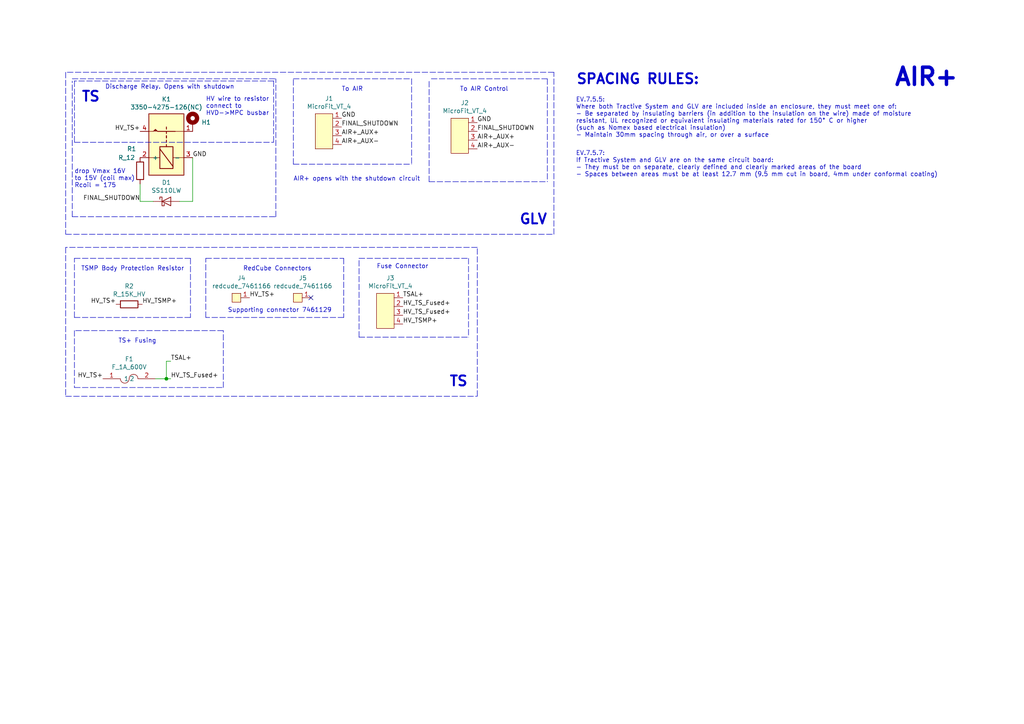
<source format=kicad_sch>
(kicad_sch (version 20211123) (generator eeschema)
  (paper "A4")
  (title_block (title "AIR Mount +") (date "2022-04-21") (company "Olin Electric Motorsports") (comment 1 "Elvis Wolcott"))
  (lib_symbols
    (symbol "Formula:F_1A_600V" (pin_names (offset 1.016))
      (property "Reference" "F" (at 0 3.81 0))
      (property "Value" "Formula_F_1A_600V" (at 0 -3.81 0))
      (symbol "F_1A_600V_0_1"
        (arc (start -2.54 0) (mid -1.27 -1.27) (end 0 0))
        (arc (start 1.27 1.27) (mid 0.3554 0.9071) (end 0 0))
        (arc (start 2.54 0) (mid 2.1771 0.9146) (end 1.27 1.27))
      )
      (symbol "F_1A_600V_1_1"
        (pin input line (at -7.62 0 0) (length 5.08) (name "1") (number "1"))
        (pin input line (at 7.62 0 180) (length 5.08) (name "2") (number "2"))
      )
    )
    (symbol "Formula:SS110LW" (pin_numbers hide) (pin_names (offset 1.016) hide)
      (property "Reference" "D" (at 0 2.54 0))
      (property "Value" "Formula_SS110LW" (at 0 -2.54 0))
      (symbol "SS110LW_0_1"
        (polyline (pts (xy 1.27 0) (xy -1.27 0)))
        (polyline (pts (xy 1.27 1.27) (xy 1.27 -1.27) (xy -1.27 0) (xy 1.27 1.27)) (stroke (width 0.2032)))
        (polyline (pts (xy -1.905 0.635) (xy -1.905 1.27) (xy -1.27 1.27) (xy -1.27 -1.27) (xy -0.635 -1.27) (xy -0.635 -0.635)) (stroke (width 0.2032)))
      )
      (symbol "SS110LW_1_1"
        (pin passive line (at -3.81 0 0) (length 2.54) (name "K") (number "1"))
        (pin passive line (at 3.81 0 180) (length 2.54) (name "A") (number "2"))
      )
    )
    (symbol "Formula:redcude_7461166" (pin_names (offset 1.016))
      (property "Reference" "J" (at 0 6.35 0))
      (property "Value" "Formula_redcude_7461166" (at 0 3.81 0))
      (symbol "redcude_7461166_0_1"
        (rectangle (start -1.27 1.27) (end 1.27 -1.27) (fill (type background)))
      )
      (symbol "redcude_7461166_1_1"
        (pin input line (at 3.81 0 180) (length 2.54) (name "~") (number "1"))
      )
    )
    (symbol "Mechanical:MountingHole_Pad" (pin_numbers hide) (pin_names (offset 1.016) hide)
      (property "Reference" "H" (at 0 6.35 0))
      (property "Value" "MountingHole_Pad" (at 0 4.445 0))
      (symbol "MountingHole_Pad_0_1"
        (circle (center 0 1.27) (radius 1.27) (stroke (width 1.27)))
      )
      (symbol "MountingHole_Pad_1_1"
        (pin input line (at 0 -2.54 90) (length 2.54) (name "1") (number "1"))
      )
    )
    (symbol "formula:3350-4275-126(NC)" (pin_names (offset 1.016))
      (property "Reference" "K" (at 8.89 3.81 0))
      (property "Value" "formula_3350-4275-126(NC)" (at 10.16 -3.81 0))
      (symbol "3350-4275-126(NC)_0_0"
        (polyline (pts (xy 2.54 3.81) (xy 2.54 5.08)))
      )
      (symbol "3350-4275-126(NC)_0_1"
        (rectangle (start -10.16 5.08) (end 7.62 -5.08) (stroke (width 0.254)) (fill (type background)))
        (rectangle (start -8.255 1.905) (end -1.905 -1.905) (stroke (width 0.254)))
        (polyline (pts (xy -7.62 -1.905) (xy -2.54 1.905)) (stroke (width 0.254)))
        (polyline (pts (xy -5.08 -5.08) (xy -5.08 -1.905)))
        (polyline (pts (xy -5.08 5.08) (xy -5.08 1.905)))
        (polyline (pts (xy -1.905 0) (xy -1.27 0)) (stroke (width 0.254)))
        (polyline (pts (xy -0.635 0) (xy 0 0)) (stroke (width 0.254)))
        (polyline (pts (xy 0.635 0) (xy 1.27 0)) (stroke (width 0.254)))
        (polyline (pts (xy 0.635 0) (xy 1.27 0)) (stroke (width 0.254)))
        (polyline (pts (xy 1.905 0) (xy 2.54 0)) (stroke (width 0.254)))
        (polyline (pts (xy 2.54 -2.54) (xy 2.54 -5.08)))
        (polyline (pts (xy 2.54 -2.54) (xy 2.54 2.54)) (stroke (width 0.254)))
        (polyline (pts (xy 3.175 0) (xy 3.81 0)) (stroke (width 0.254)))
        (polyline (pts (xy 2.54 2.54) (xy 3.175 3.175) (xy 2.54 3.81)) (fill (type outline)))
      )
      (symbol "3350-4275-126(NC)_1_1"
        (pin passive line (at 2.54 -7.62 90) (length 2.54) (name "~") (number "1"))
        (pin passive line (at -5.08 7.62 270) (length 2.54) (name "+") (number "2"))
        (pin passive line (at -5.08 -7.62 90) (length 2.54) (name "-") (number "3"))
        (pin passive line (at 2.54 7.62 270) (length 2.54) (name "~") (number "4"))
      )
    )
    (symbol "formula:MicroFit_VT_4" (pin_names (offset 1.016))
      (property "Reference" "J" (at 0 10.16 0))
      (property "Value" "MicroFit_VT_4" (at 0 7.62 0))
      (property "MPN" "430450414" (at -5.08 11.43 0))
      (property "PurchasingLink" "https://www.digikey.com/product-detail/en/molex/0430450414/WM1796-ND/252509" (at -7.62 13.97 0))
      (symbol "MicroFit_VT_4_0_1"
        (rectangle (start -2.54 5.08) (end 2.54 -5.08) (fill (type background)))
      )
      (symbol "MicroFit_VT_4_1_1"
        (pin input line (at 5.08 3.81 180) (length 2.54) (name "~") (number "1"))
        (pin input line (at 5.08 1.27 180) (length 2.54) (name "~") (number "2"))
        (pin input line (at 5.08 -1.27 180) (length 2.54) (name "~") (number "3"))
        (pin input line (at 5.08 -3.81 180) (length 2.54) (name "~") (number "4"))
      )
    )
    (symbol "formula:R_12" (pin_numbers hide) (pin_names (offset 0))
      (property "Reference" "R" (at 2.032 0 90))
      (property "Value" "formula_R_12" (at -2.54 0 90))
      (symbol "R_12_0_1"
        (rectangle (start -1.016 -2.54) (end 1.016 2.54) (stroke (width 0.254)))
      )
      (symbol "R_12_1_1"
        (pin passive line (at 0 3.81 270) (length 1.27) (name "~") (number "1"))
        (pin passive line (at 0 -3.81 90) (length 1.27) (name "~") (number "2"))
      )
    )
    (symbol "formula:R_15K_HV" (pin_numbers hide) (pin_names (offset 0))
      (property "Reference" "R" (at 2.032 0 90))
      (property "Value" "formula_R_15K_HV" (at -2.54 0 90))
      (symbol "R_15K_HV_0_1"
        (rectangle (start -1.016 -2.54) (end 1.016 2.54) (stroke (width 0.254)))
      )
      (symbol "R_15K_HV_1_1"
        (pin passive line (at 0 3.81 270) (length 1.27) (name "~") (number "1"))
        (pin passive line (at 0 -3.81 90) (length 1.27) (name "~") (number "2"))
      )
    )
  )
  (junction (at 48.26 109.855))
  (no_connect (at 90.17 86.36))
  (polyline (pts (xy 64.77 95.885) (xy 21.59 95.885)))
  (polyline (pts (xy 19.05 71.755) (xy 19.05 114.935)))
  (polyline (pts (xy 104.14 97.79) (xy 104.14 74.93)))
  (polyline (pts (xy 21.59 95.885) (xy 21.59 112.395)))
  (polyline (pts (xy 21.59 41.275) (xy 79.375 41.275)))
  (polyline (pts (xy 158.75 22.86) (xy 158.75 52.705)))
  (wire (pts (xy 48.26 109.855) (xy 45.085 109.855)))
  (polyline (pts (xy 55.245 92.075) (xy 21.59 92.075)))
  (polyline (pts (xy 79.375 23.495) (xy 21.59 23.495)))
  (polyline (pts (xy 138.43 71.755) (xy 19.05 71.755)))
  (wire (pts (xy 40.64 53.34) (xy 40.64 58.42)))
  (polyline (pts (xy 119.38 22.86) (xy 119.38 47.625)))
  (polyline (pts (xy 79.375 23.495) (xy 79.375 41.275)))
  (polyline (pts (xy 20.955 22.86) (xy 80.01 22.86)))
  (polyline (pts (xy 20.955 62.865) (xy 20.955 23.495)))
  (polyline (pts (xy 85.09 47.625) (xy 85.09 22.86)))
  (polyline (pts (xy 104.14 97.79) (xy 135.89 97.79)))
  (polyline (pts (xy 124.46 52.705) (xy 124.46 23.495)))
  (polyline (pts (xy 104.14 74.93) (xy 135.89 74.93)))
  (polyline (pts (xy 19.05 67.945) (xy 160.655 67.945)))
  (wire (pts (xy 52.07 58.42) (xy 55.88 58.42)))
  (polyline (pts (xy 125.095 22.86) (xy 158.75 22.86)))
  (polyline (pts (xy 160.655 67.945) (xy 160.655 20.955)))
  (wire (pts (xy 55.88 58.42) (xy 55.88 45.72)))
  (polyline (pts (xy 55.245 74.93) (xy 55.245 92.075)))
  (wire (pts (xy 48.26 104.775) (xy 48.26 109.855)))
  (polyline (pts (xy 21.59 92.075) (xy 21.59 74.93)))
  (polyline (pts (xy 135.89 74.93) (xy 135.89 97.79)))
  (polyline (pts (xy 21.59 112.395) (xy 64.77 112.395)))
  (polyline (pts (xy 99.695 92.075) (xy 59.69 92.075)))
  (wire (pts (xy 48.26 104.775) (xy 49.53 104.775)))
  (polyline (pts (xy 19.05 114.935) (xy 138.43 114.935)))
  (polyline (pts (xy 20.955 62.865) (xy 80.01 62.865)))
  (wire (pts (xy 44.45 58.42) (xy 40.64 58.42)))
  (polyline (pts (xy 160.655 20.955) (xy 19.05 20.955)))
  (polyline (pts (xy 80.01 62.865) (xy 80.01 22.86)))
  (polyline (pts (xy 85.09 22.86) (xy 119.38 22.86)))
  (polyline (pts (xy 59.69 92.075) (xy 59.69 74.93)))
  (polyline (pts (xy 99.695 74.93) (xy 99.695 92.075)))
  (polyline (pts (xy 21.59 23.495) (xy 21.59 41.275)))
  (polyline (pts (xy 21.59 74.93) (xy 55.245 74.93)))
  (polyline (pts (xy 138.43 114.935) (xy 138.43 71.755)))
  (polyline (pts (xy 59.69 74.93) (xy 99.695 74.93)))
  (polyline (pts (xy 124.46 52.705) (xy 158.75 52.705)))
  (polyline (pts (xy 19.05 20.955) (xy 19.05 67.945)))
  (polyline (pts (xy 85.09 47.625) (xy 119.38 47.625)))
  (polyline (pts (xy 64.77 112.395) (xy 64.77 95.885)))
  (wire (pts (xy 48.26 109.855) (xy 49.53 109.855)))
  (text "TS" (at 23.495 29.845 0) (effects (font (size 2.8702 2.8702) (thickness 0.574) bold) (justify left bottom)))
  (text "drop Vmax 16V \nto 15V (coil max)\nRcoil = 175" (at 21.59 54.61 0) (effects (font (size 1.27 1.27)) (justify left bottom)))
  (text "HV wire to resistor\nconnect to \nHVD->MPC busbar" (at 59.69 33.655 0) (effects (font (size 1.27 1.27)) (justify left bottom)))
  (text "AIR+" (at 259.08 25.4 0) (effects (font (size 5.0038 5.0038) (thickness 1.0008) bold) (justify left bottom)))
  (text "AIR+ opens with the shutdown circuit" (at 85.09 52.705 0) (effects (font (size 1.27 1.27)) (justify left bottom)))
  (text "TS" (at 130.175 112.395 0) (effects (font (size 2.8702 2.8702) (thickness 0.574) bold) (justify left bottom)))
  (text "EV.7.5.7:\nIf Tractive System and GLV are on the same circuit board: \n- They must be on separate, clearly defined and clearly marked areas of the board\n- Spaces between areas must be at least 12.7 mm (9.5 mm cut in board, 4mm under conformal coating)" (at 167.005 51.435 0) (effects (font (size 1.27 1.27)) (justify left bottom)))
  (text "Supporting connector 7461129 " (at 66.04 90.805 0) (effects (font (size 1.27 1.27)) (justify left bottom)))
  (text "To AIR\n" (at 99.06 26.67 0) (effects (font (size 1.27 1.27)) (justify left bottom)))
  (text "GLV" (at 150.495 65.405 0) (effects (font (size 2.8702 2.8702) (thickness 0.574) bold) (justify left bottom)))
  (text "SPACING RULES:" (at 167.005 24.765 0) (effects (font (size 2.8702 2.8702) (thickness 0.574) bold) (justify left bottom)))
  (text "Fuse Connector" (at 109.22 78.105 0) (effects (font (size 1.27 1.27)) (justify left bottom)))
  (text "To AIR Control\n" (at 133.35 26.67 0) (effects (font (size 1.27 1.27)) (justify left bottom)))
  (text "Discharge Relay. Opens with shutdown" (at 30.48 26.035 0) (effects (font (size 1.27 1.27)) (justify left bottom)))
  (text "TS+ Fusing" (at 34.29 99.695 0) (effects (font (size 1.27 1.27)) (justify left bottom)))
  (text "RedCube Connectors" (at 70.485 78.74 0) (effects (font (size 1.27 1.27)) (justify left bottom)))
  (text "TSMP Body Protection Resistor" (at 23.495 78.74 0) (effects (font (size 1.27 1.27)) (justify left bottom)))
  (text "EV.7.5.5:\nWhere both Tractive System and GLV are included inside an enclosure, they must meet one of:\n- Be separated by insulating barriers (in addition to the insulation on the wire) made of moisture\nresistant, UL recognized or equivalent insulating materials rated for 150° C or higher \n(such as Nomex based electrical insulation)\n- Maintain 30mm spacing through air, or over a surface" (at 167.005 40.005 0) (effects (font (size 1.27 1.27)) (justify left bottom)))
  (label "FINAL_SHUTDOWN" (at 138.43 38.1 0))
  (label "TSAL+" (at 116.84 86.36 0))
  (label "AIR+_AUX-" (at 138.43 43.18 0))
  (label "HV_TS_Fused+" (at 116.84 91.44 0))
  (label "GND" (at 55.88 45.72 0))
  (label "GND" (at 99.06 34.29 0))
  (label "FINAL_SHUTDOWN" (at 40.64 58.42 180))
  (label "HV_TS_Fused+" (at 116.84 88.9 0))
  (label "HV_TSMP+" (at 41.275 88.265 0))
  (label "HV_TS+" (at 40.64 38.1 180))
  (label "AIR+_AUX+" (at 138.43 40.64 0))
  (label "GND" (at 138.43 35.56 0))
  (label "HV_TSMP+" (at 116.84 93.98 0))
  (label "HV_TS+" (at 33.655 88.265 180))
  (label "HV_TS+" (at 72.39 86.36 0))
  (label "AIR+_AUX+" (at 99.06 39.37 0))
  (label "HV_TS+" (at 29.845 109.855 180))
  (label "FINAL_SHUTDOWN" (at 99.06 36.83 0))
  (label "TSAL+" (at 49.53 104.775 0))
  (label "HV_TS_Fused+" (at 49.53 109.855 0))
  (label "AIR+_AUX-" (at 99.06 41.91 0))
  (symbol (lib_id "Formula:SS110LW") (at 48.26 58.42 0) (unit 1)
    (property "Reference" "D1" (at 48.26 52.9336 0))
    (property "Value" "SS110LW" (at 48.26 55.245 0))
    (property "Footprint" "footprints:D_SOD-123W_OEM" (effects hide))
    (property "Datasheet" "http://www.taiwansemi.com/products/datasheet/SS14LW%20SERIES_A1511.pdf" (effects hide))
    (property "MFN" "DK" (effects hide))
    (property "MPN" "SS110LWRVGCT-ND" (effects hide))
    (property "PurchasingLink" "https://www.digikey.com/product-detail/en/taiwan-semiconductor-corporation/SS110LW-RVG/SS110LWRVGCT-ND/7359346" (effects hide))
  )
  (symbol (lib_id "Formula:redcude_7461166") (at 68.58 86.36 0) (unit 1)
    (property "Reference" "J4" (at 70.0532 80.645 0))
    (property "Value" "redcude_7461166" (at 70.0532 82.9564 0))
    (property "Footprint" "footprints:redcube_7461166" (effects hide))
    (property "Datasheet" "we-online.de/katalog/datasheet/7461166.pdf" (effects hide))
  )
  (symbol (lib_id "Formula:redcude_7461166") (at 86.36 86.36 0) (unit 1)
    (property "Reference" "J5" (at 87.8332 80.645 0))
    (property "Value" "redcude_7461166" (at 87.8332 82.9564 0))
    (property "Footprint" "footprints:redcube_7461166" (effects hide))
    (property "Datasheet" "we-online.de/katalog/datasheet/7461166.pdf" (effects hide))
  )
  (symbol (lib_id "Formula:F_1A_600V") (at 37.465 109.855 0) (unit 1)
    (property "Reference" "F1" (at 37.465 104.14 0))
    (property "Value" "F_1A_600V" (at 37.465 106.4514 0))
    (property "Footprint" "footprints:Fuse_1A_600V" (effects hide))
    (property "Datasheet" "https://media.digikey.com/pdf/Data%20Sheets/Bel%20Fuse%20PDFs/0ADAC_0ADAP_Series.pdf" (effects hide))
    (property "PurchasingLink" "https://www.digikey.com/product-detail/en/bel-fuse-inc/0ADAP1000-RE/507-2220-ND/8028479" (effects hide))
  )
  (symbol (lib_id "formula:3350-4275-126(NC)") (at 48.26 40.64 90) (unit 1)
    (property "Reference" "K1" (at 48.26 28.7782 90))
    (property "Value" "3350-4275-126(NC)" (at 48.26 31.0896 90))
    (property "Footprint" "footprints:Relay_Comus_3350" (effects hide))
    (property "Datasheet" "https://www.comus-intl.com/wp-content/uploads/2017/01/High-Voltage-Reed-Relays.pdf" (effects hide))
    (property "MFN" "DK" (effects hide))
    (property "MPN" "3350-4275-126" (effects hide))
    (property "PurchasingLink" "https://www.digikey.com/en/products/detail/comus-international/3350-4275-126/7515922" (effects hide))
  )
  (symbol (lib_id "Mechanical:MountingHole_Pad") (at 55.88 35.56 0) (unit 1)
    (property "Reference" "H1" (at 58.42 35.4838 0) (effects (justify left)))
    (property "Value" "MountingHole_Pad" (effects hide))
    (property "Footprint" "MountingHole:MountingHole_2.5mm_Pad" (effects hide))
  )
  (symbol (lib_id "formula:R_15K_HV") (at 37.465 88.265 270) (unit 1)
    (property "Reference" "R2" (at 37.465 83.0072 90))
    (property "Value" "R_15K_HV" (at 37.465 85.3186 90))
    (property "Footprint" "footprints:R_TSMP_SMD_5329" (effects hide))
    (property "Datasheet" "https://www.te.com/commerce/DocumentDelivery/DDEController?Action=srchrtrv&DocNm=1773242&DocType=DS&DocLang=English" (effects hide))
    (property "MFN" "DK" (effects hide))
    (property "MPN" "SMF515KJT" (effects hide))
    (property "PurchasingLink" "https://www.digikey.com/en/products/detail/te-connectivity-passive-product/SMF515KJT/2367113" (effects hide))
  )
  (symbol (lib_id "formula:R_12") (at 40.64 49.53 0) (unit 1)
    (property "Reference" "R1" (at 36.83 43.18 0) (effects (justify left)))
    (property "Value" "R_12" (at 34.29 45.72 0) (effects (justify left)))
    (property "Footprint" "footprints:R_0805_OEM" (effects hide))
    (property "Datasheet" "https://www.te.com/commerce/DocumentDelivery/DDEController?Action=srchrtrv&DocNm=1773200-1&DocType=DS&DocLang=English" (effects hide))
    (property "MFN" "TE" (effects hide))
    (property "MPN" "CPF-A-0805B12RE" (effects hide))
    (property "PurchasingLink" "https://www.digikey.com/en/products/detail/te-connectivity-passive-product/CPF-A-0805B12RE/5583863" (effects hide))
  )
  (symbol (lib_id "formula:MicroFit_VT_4") (at 93.98 38.1 0) (unit 1)
    (property "Reference" "J1" (at 95.4532 28.575 0))
    (property "Value" "MicroFit_VT_4" (at 95.4532 30.8864 0))
    (property "Footprint" "footprints:MicroFit_VT_4" (effects hide))
    (property "MPN" "430450414" (effects hide))
    (property "PurchasingLink" "https://www.digikey.com/product-detail/en/molex/0430450414/WM1796-ND/252509" (effects hide))
  )
  (symbol (lib_id "formula:MicroFit_VT_4") (at 133.35 39.37 0) (unit 1)
    (property "Reference" "J2" (at 134.8232 29.845 0))
    (property "Value" "MicroFit_VT_4" (at 134.8232 32.1564 0))
    (property "Footprint" "footprints:MicroFit_VT_4" (effects hide))
    (property "MPN" "430450414" (effects hide))
    (property "PurchasingLink" "https://www.digikey.com/product-detail/en/molex/0430450414/WM1796-ND/252509" (effects hide))
  )
  (symbol (lib_id "formula:MicroFit_VT_4") (at 111.76 90.17 0) (unit 1)
    (property "Reference" "J3" (at 113.2332 80.645 0))
    (property "Value" "MicroFit_VT_4" (at 113.2332 82.9564 0))
    (property "Footprint" "footprints:MicroFit_VT_4" (effects hide))
    (property "MPN" "430450414" (effects hide))
    (property "PurchasingLink" "https://www.digikey.com/product-detail/en/molex/0430450414/WM1796-ND/252509" (effects hide))
  )
)
</source>
